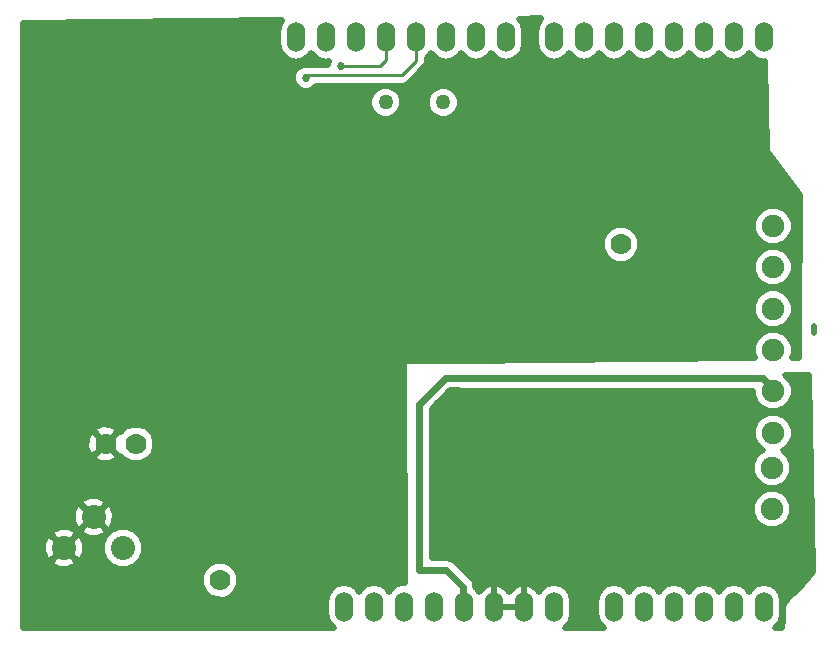
<source format=gbl>
G04 (created by PCBNEW (2013-07-07 BZR 4022)-stable) date 10/23/2014 11:52:32 AM*
%MOIN*%
G04 Gerber Fmt 3.4, Leading zero omitted, Abs format*
%FSLAX34Y34*%
G01*
G70*
G90*
G04 APERTURE LIST*
%ADD10C,0.00590551*%
%ADD11C,0.05*%
%ADD12C,0.07*%
%ADD13C,0.08*%
%ADD14C,0.075*%
%ADD15O,0.06X0.1*%
%ADD16C,0.027*%
%ADD17C,0.035*%
%ADD18C,0.01*%
%ADD19C,0.024*%
%ADD20C,0.019*%
G04 APERTURE END LIST*
G54D10*
G54D11*
X71873Y-28705D03*
X73794Y-28705D03*
G54D12*
X79716Y-33432D03*
X62548Y-40083D03*
X63555Y-40087D03*
G54D13*
X63121Y-43557D03*
X61151Y-43557D03*
X62141Y-42527D03*
G54D14*
X84798Y-32822D03*
X84798Y-34200D03*
X84798Y-35578D03*
X84798Y-36956D03*
X84798Y-38334D03*
X84798Y-39712D03*
X84759Y-40885D03*
X84759Y-42263D03*
G54D12*
X66350Y-44630D03*
G54D15*
X75890Y-26534D03*
X74890Y-26534D03*
X73890Y-26534D03*
X72890Y-26534D03*
X71890Y-26534D03*
X70890Y-26534D03*
X69890Y-26534D03*
X68890Y-26534D03*
X73490Y-45534D03*
X72490Y-45534D03*
X71490Y-45534D03*
X70490Y-45534D03*
X74490Y-45534D03*
X75490Y-45534D03*
X76490Y-45534D03*
X77490Y-45534D03*
X79490Y-45534D03*
X80490Y-45534D03*
X81490Y-45534D03*
X82490Y-45534D03*
X83490Y-45534D03*
X84490Y-45534D03*
X84490Y-26534D03*
X83490Y-26534D03*
X82490Y-26534D03*
X81490Y-26534D03*
X80490Y-26534D03*
X79490Y-26534D03*
X78490Y-26534D03*
X77490Y-26534D03*
G54D16*
X70390Y-27490D03*
X69220Y-27880D03*
X74339Y-32369D03*
X81284Y-35497D03*
X81417Y-31806D03*
X74648Y-29448D03*
X76685Y-31297D03*
X70974Y-29411D03*
X65170Y-43010D03*
X65950Y-39820D03*
X68260Y-39000D03*
X69310Y-39590D03*
X74358Y-35312D03*
X72729Y-36270D03*
X73418Y-36419D03*
X64150Y-35830D03*
X68060Y-34970D03*
X76426Y-35651D03*
X78219Y-34857D03*
X70760Y-41670D03*
G54D17*
X75636Y-39866D03*
X75210Y-42750D03*
G54D18*
X70390Y-27490D02*
X71680Y-27490D01*
X71680Y-27490D02*
X71890Y-27280D01*
X71890Y-27280D02*
X71890Y-26534D01*
X69220Y-27880D02*
X69300Y-27800D01*
X69300Y-27800D02*
X72420Y-27800D01*
X72420Y-27800D02*
X72890Y-27330D01*
X72890Y-27330D02*
X72890Y-26534D01*
G54D19*
X77522Y-37900D02*
X84450Y-37900D01*
X84798Y-38248D02*
X84798Y-38334D01*
X84450Y-37900D02*
X84798Y-38248D01*
X73335Y-38415D02*
X73860Y-37890D01*
X77750Y-37900D02*
X77522Y-37900D01*
X77522Y-37900D02*
X74350Y-37900D01*
X74340Y-37890D02*
X74350Y-37900D01*
X73860Y-37890D02*
X74340Y-37890D01*
X73000Y-44300D02*
X73900Y-44300D01*
X74452Y-45535D02*
X74452Y-44852D01*
X74452Y-44852D02*
X74200Y-44600D01*
X73350Y-38400D02*
X73335Y-38415D01*
X73335Y-38415D02*
X73000Y-38750D01*
X73000Y-38750D02*
X73000Y-44300D01*
X73900Y-44300D02*
X74200Y-44600D01*
G54D18*
X74339Y-32369D02*
X74339Y-32367D01*
G54D19*
X81417Y-31806D02*
X81399Y-31806D01*
G54D18*
X74648Y-29448D02*
X74648Y-29430D01*
X70974Y-29411D02*
X70974Y-29430D01*
X74358Y-35312D02*
X74349Y-35312D01*
X72729Y-36270D02*
X72725Y-36270D01*
X64150Y-35830D02*
X64150Y-35840D01*
X76426Y-35651D02*
X76412Y-35651D01*
G54D10*
G36*
X86104Y-44365D02*
X85723Y-44809D01*
X85468Y-45064D01*
X85468Y-39579D01*
X85366Y-39333D01*
X85178Y-39144D01*
X84932Y-39042D01*
X84665Y-39042D01*
X84419Y-39144D01*
X84230Y-39332D01*
X84128Y-39578D01*
X84128Y-39845D01*
X84230Y-40091D01*
X84418Y-40280D01*
X84444Y-40290D01*
X84380Y-40317D01*
X84191Y-40505D01*
X84089Y-40751D01*
X84088Y-41018D01*
X84190Y-41264D01*
X84379Y-41453D01*
X84625Y-41555D01*
X84891Y-41555D01*
X85138Y-41454D01*
X85326Y-41265D01*
X85428Y-41019D01*
X85429Y-40753D01*
X85327Y-40506D01*
X85139Y-40318D01*
X85113Y-40307D01*
X85177Y-40280D01*
X85366Y-40092D01*
X85468Y-39846D01*
X85468Y-39579D01*
X85468Y-45064D01*
X85429Y-45104D01*
X85429Y-42130D01*
X85327Y-41884D01*
X85139Y-41695D01*
X84892Y-41593D01*
X84626Y-41593D01*
X84380Y-41695D01*
X84191Y-41883D01*
X84089Y-42129D01*
X84088Y-42396D01*
X84190Y-42642D01*
X84379Y-42831D01*
X84625Y-42933D01*
X84891Y-42933D01*
X85138Y-42831D01*
X85326Y-42643D01*
X85428Y-42397D01*
X85429Y-42130D01*
X85429Y-45104D01*
X85223Y-45310D01*
X85152Y-45415D01*
X85128Y-45540D01*
X85128Y-45930D01*
X85082Y-46217D01*
X84840Y-46217D01*
X84910Y-46170D01*
X85039Y-45977D01*
X85085Y-45749D01*
X85085Y-45318D01*
X85039Y-45090D01*
X84910Y-44897D01*
X84717Y-44768D01*
X84490Y-44723D01*
X84262Y-44768D01*
X84069Y-44897D01*
X83989Y-45016D01*
X83910Y-44897D01*
X83717Y-44768D01*
X83490Y-44723D01*
X83262Y-44768D01*
X83069Y-44897D01*
X82989Y-45016D01*
X82910Y-44897D01*
X82717Y-44768D01*
X82490Y-44723D01*
X82262Y-44768D01*
X82069Y-44897D01*
X81989Y-45016D01*
X81910Y-44897D01*
X81717Y-44768D01*
X81490Y-44723D01*
X81262Y-44768D01*
X81069Y-44897D01*
X80989Y-45016D01*
X80910Y-44897D01*
X80717Y-44768D01*
X80490Y-44723D01*
X80262Y-44768D01*
X80069Y-44897D01*
X79989Y-45016D01*
X79910Y-44897D01*
X79717Y-44768D01*
X79490Y-44723D01*
X79262Y-44768D01*
X79069Y-44897D01*
X78940Y-45090D01*
X78895Y-45318D01*
X78895Y-45749D01*
X78940Y-45977D01*
X79069Y-46170D01*
X79139Y-46217D01*
X77840Y-46217D01*
X77910Y-46170D01*
X78039Y-45977D01*
X78085Y-45749D01*
X78085Y-45318D01*
X78039Y-45090D01*
X77910Y-44897D01*
X77717Y-44768D01*
X77490Y-44723D01*
X77262Y-44768D01*
X77069Y-44897D01*
X76984Y-45023D01*
X76907Y-44909D01*
X76713Y-44782D01*
X76588Y-44747D01*
X76495Y-44812D01*
X76495Y-45529D01*
X76502Y-45529D01*
X76502Y-45539D01*
X76495Y-45539D01*
X76495Y-45546D01*
X76485Y-45546D01*
X76485Y-45539D01*
X76485Y-45529D01*
X76485Y-44812D01*
X76391Y-44747D01*
X76266Y-44782D01*
X76072Y-44909D01*
X75990Y-45031D01*
X75907Y-44909D01*
X75713Y-44782D01*
X75588Y-44747D01*
X75495Y-44812D01*
X75495Y-45529D01*
X75895Y-45529D01*
X76085Y-45529D01*
X76485Y-45529D01*
X76485Y-45539D01*
X76085Y-45539D01*
X75895Y-45539D01*
X75495Y-45539D01*
X75495Y-45546D01*
X75485Y-45546D01*
X75485Y-45539D01*
X75477Y-45539D01*
X75477Y-45529D01*
X75485Y-45529D01*
X75485Y-44812D01*
X75391Y-44747D01*
X75266Y-44782D01*
X75072Y-44909D01*
X74995Y-45023D01*
X74910Y-44897D01*
X74867Y-44868D01*
X74867Y-44852D01*
X74836Y-44693D01*
X74836Y-44693D01*
X74746Y-44559D01*
X74493Y-44306D01*
X74493Y-44306D01*
X74493Y-44306D01*
X74193Y-44006D01*
X74058Y-43916D01*
X73900Y-43885D01*
X73415Y-43885D01*
X73415Y-38921D01*
X73628Y-38708D01*
X73643Y-38693D01*
X73643Y-38693D01*
X74031Y-38305D01*
X74299Y-38305D01*
X74350Y-38315D01*
X77522Y-38315D01*
X77750Y-38315D01*
X84128Y-38315D01*
X84128Y-38467D01*
X84230Y-38713D01*
X84418Y-38902D01*
X84664Y-39004D01*
X84931Y-39004D01*
X85177Y-38902D01*
X85366Y-38714D01*
X85468Y-38468D01*
X85468Y-38201D01*
X85366Y-37955D01*
X85197Y-37786D01*
X85968Y-37780D01*
X86104Y-44365D01*
X86104Y-44365D01*
G37*
G54D20*
X86104Y-44365D02*
X85723Y-44809D01*
X85468Y-45064D01*
X85468Y-39579D01*
X85366Y-39333D01*
X85178Y-39144D01*
X84932Y-39042D01*
X84665Y-39042D01*
X84419Y-39144D01*
X84230Y-39332D01*
X84128Y-39578D01*
X84128Y-39845D01*
X84230Y-40091D01*
X84418Y-40280D01*
X84444Y-40290D01*
X84380Y-40317D01*
X84191Y-40505D01*
X84089Y-40751D01*
X84088Y-41018D01*
X84190Y-41264D01*
X84379Y-41453D01*
X84625Y-41555D01*
X84891Y-41555D01*
X85138Y-41454D01*
X85326Y-41265D01*
X85428Y-41019D01*
X85429Y-40753D01*
X85327Y-40506D01*
X85139Y-40318D01*
X85113Y-40307D01*
X85177Y-40280D01*
X85366Y-40092D01*
X85468Y-39846D01*
X85468Y-39579D01*
X85468Y-45064D01*
X85429Y-45104D01*
X85429Y-42130D01*
X85327Y-41884D01*
X85139Y-41695D01*
X84892Y-41593D01*
X84626Y-41593D01*
X84380Y-41695D01*
X84191Y-41883D01*
X84089Y-42129D01*
X84088Y-42396D01*
X84190Y-42642D01*
X84379Y-42831D01*
X84625Y-42933D01*
X84891Y-42933D01*
X85138Y-42831D01*
X85326Y-42643D01*
X85428Y-42397D01*
X85429Y-42130D01*
X85429Y-45104D01*
X85223Y-45310D01*
X85152Y-45415D01*
X85128Y-45540D01*
X85128Y-45930D01*
X85082Y-46217D01*
X84840Y-46217D01*
X84910Y-46170D01*
X85039Y-45977D01*
X85085Y-45749D01*
X85085Y-45318D01*
X85039Y-45090D01*
X84910Y-44897D01*
X84717Y-44768D01*
X84490Y-44723D01*
X84262Y-44768D01*
X84069Y-44897D01*
X83989Y-45016D01*
X83910Y-44897D01*
X83717Y-44768D01*
X83490Y-44723D01*
X83262Y-44768D01*
X83069Y-44897D01*
X82989Y-45016D01*
X82910Y-44897D01*
X82717Y-44768D01*
X82490Y-44723D01*
X82262Y-44768D01*
X82069Y-44897D01*
X81989Y-45016D01*
X81910Y-44897D01*
X81717Y-44768D01*
X81490Y-44723D01*
X81262Y-44768D01*
X81069Y-44897D01*
X80989Y-45016D01*
X80910Y-44897D01*
X80717Y-44768D01*
X80490Y-44723D01*
X80262Y-44768D01*
X80069Y-44897D01*
X79989Y-45016D01*
X79910Y-44897D01*
X79717Y-44768D01*
X79490Y-44723D01*
X79262Y-44768D01*
X79069Y-44897D01*
X78940Y-45090D01*
X78895Y-45318D01*
X78895Y-45749D01*
X78940Y-45977D01*
X79069Y-46170D01*
X79139Y-46217D01*
X77840Y-46217D01*
X77910Y-46170D01*
X78039Y-45977D01*
X78085Y-45749D01*
X78085Y-45318D01*
X78039Y-45090D01*
X77910Y-44897D01*
X77717Y-44768D01*
X77490Y-44723D01*
X77262Y-44768D01*
X77069Y-44897D01*
X76984Y-45023D01*
X76907Y-44909D01*
X76713Y-44782D01*
X76588Y-44747D01*
X76495Y-44812D01*
X76495Y-45529D01*
X76502Y-45529D01*
X76502Y-45539D01*
X76495Y-45539D01*
X76495Y-45546D01*
X76485Y-45546D01*
X76485Y-45539D01*
X76485Y-45529D01*
X76485Y-44812D01*
X76391Y-44747D01*
X76266Y-44782D01*
X76072Y-44909D01*
X75990Y-45031D01*
X75907Y-44909D01*
X75713Y-44782D01*
X75588Y-44747D01*
X75495Y-44812D01*
X75495Y-45529D01*
X75895Y-45529D01*
X76085Y-45529D01*
X76485Y-45529D01*
X76485Y-45539D01*
X76085Y-45539D01*
X75895Y-45539D01*
X75495Y-45539D01*
X75495Y-45546D01*
X75485Y-45546D01*
X75485Y-45539D01*
X75477Y-45539D01*
X75477Y-45529D01*
X75485Y-45529D01*
X75485Y-44812D01*
X75391Y-44747D01*
X75266Y-44782D01*
X75072Y-44909D01*
X74995Y-45023D01*
X74910Y-44897D01*
X74867Y-44868D01*
X74867Y-44852D01*
X74836Y-44693D01*
X74836Y-44693D01*
X74746Y-44559D01*
X74493Y-44306D01*
X74493Y-44306D01*
X74493Y-44306D01*
X74193Y-44006D01*
X74058Y-43916D01*
X73900Y-43885D01*
X73415Y-43885D01*
X73415Y-38921D01*
X73628Y-38708D01*
X73643Y-38693D01*
X73643Y-38693D01*
X74031Y-38305D01*
X74299Y-38305D01*
X74350Y-38315D01*
X77522Y-38315D01*
X77750Y-38315D01*
X84128Y-38315D01*
X84128Y-38467D01*
X84230Y-38713D01*
X84418Y-38902D01*
X84664Y-39004D01*
X84931Y-39004D01*
X85177Y-38902D01*
X85366Y-38714D01*
X85468Y-38468D01*
X85468Y-38201D01*
X85366Y-37955D01*
X85197Y-37786D01*
X85968Y-37780D01*
X86104Y-44365D01*
G54D10*
G36*
X85684Y-31781D02*
X85647Y-36346D01*
X85661Y-37225D01*
X85411Y-37227D01*
X85468Y-37090D01*
X85468Y-36823D01*
X85468Y-35445D01*
X85468Y-34067D01*
X85468Y-32690D01*
X85366Y-32443D01*
X85178Y-32255D01*
X84932Y-32152D01*
X84665Y-32152D01*
X84419Y-32254D01*
X84230Y-32442D01*
X84128Y-32688D01*
X84128Y-32955D01*
X84230Y-33201D01*
X84418Y-33390D01*
X84664Y-33492D01*
X84931Y-33492D01*
X85177Y-33391D01*
X85366Y-33202D01*
X85468Y-32956D01*
X85468Y-32690D01*
X85468Y-34067D01*
X85366Y-33821D01*
X85178Y-33632D01*
X84932Y-33530D01*
X84665Y-33530D01*
X84419Y-33632D01*
X84230Y-33820D01*
X84128Y-34066D01*
X84128Y-34333D01*
X84230Y-34579D01*
X84418Y-34768D01*
X84664Y-34870D01*
X84931Y-34870D01*
X85177Y-34768D01*
X85366Y-34580D01*
X85468Y-34334D01*
X85468Y-34067D01*
X85468Y-35445D01*
X85366Y-35199D01*
X85178Y-35010D01*
X84932Y-34908D01*
X84665Y-34908D01*
X84419Y-35010D01*
X84230Y-35198D01*
X84128Y-35444D01*
X84128Y-35711D01*
X84230Y-35957D01*
X84418Y-36146D01*
X84664Y-36248D01*
X84931Y-36248D01*
X85177Y-36146D01*
X85366Y-35958D01*
X85468Y-35712D01*
X85468Y-35445D01*
X85468Y-36823D01*
X85366Y-36577D01*
X85178Y-36388D01*
X84932Y-36286D01*
X84665Y-36286D01*
X84419Y-36388D01*
X84230Y-36576D01*
X84128Y-36822D01*
X84128Y-37089D01*
X84189Y-37236D01*
X80361Y-37265D01*
X80361Y-33304D01*
X80263Y-33067D01*
X80081Y-32885D01*
X79844Y-32787D01*
X79588Y-32786D01*
X79351Y-32884D01*
X79169Y-33066D01*
X79071Y-33303D01*
X79070Y-33559D01*
X79168Y-33796D01*
X79350Y-33978D01*
X79587Y-34076D01*
X79843Y-34077D01*
X80080Y-33979D01*
X80262Y-33797D01*
X80360Y-33560D01*
X80361Y-33304D01*
X80361Y-37265D01*
X74339Y-37309D01*
X74339Y-28597D01*
X74256Y-28397D01*
X74103Y-28243D01*
X73903Y-28160D01*
X73686Y-28160D01*
X73486Y-28243D01*
X73332Y-28396D01*
X73249Y-28596D01*
X73249Y-28813D01*
X73332Y-29013D01*
X73485Y-29167D01*
X73685Y-29250D01*
X73902Y-29250D01*
X74102Y-29167D01*
X74256Y-29014D01*
X74339Y-28814D01*
X74339Y-28597D01*
X74339Y-37309D01*
X72494Y-37323D01*
X72534Y-44732D01*
X72490Y-44723D01*
X72418Y-44737D01*
X72418Y-28597D01*
X72335Y-28397D01*
X72182Y-28243D01*
X71982Y-28160D01*
X71765Y-28160D01*
X71564Y-28243D01*
X71411Y-28396D01*
X71328Y-28596D01*
X71328Y-28813D01*
X71410Y-29013D01*
X71564Y-29167D01*
X71764Y-29250D01*
X71981Y-29250D01*
X72181Y-29167D01*
X72334Y-29014D01*
X72418Y-28814D01*
X72418Y-28597D01*
X72418Y-44737D01*
X72262Y-44768D01*
X72069Y-44897D01*
X71990Y-45016D01*
X71910Y-44897D01*
X71717Y-44768D01*
X71490Y-44723D01*
X71262Y-44768D01*
X71069Y-44897D01*
X70990Y-45016D01*
X70910Y-44897D01*
X70717Y-44768D01*
X70490Y-44723D01*
X70262Y-44768D01*
X70069Y-44897D01*
X69940Y-45090D01*
X69895Y-45318D01*
X69895Y-45749D01*
X69940Y-45977D01*
X70069Y-46170D01*
X70139Y-46217D01*
X66995Y-46217D01*
X66995Y-44502D01*
X66897Y-44265D01*
X66715Y-44083D01*
X66478Y-43985D01*
X66222Y-43984D01*
X65985Y-44082D01*
X65803Y-44264D01*
X65705Y-44501D01*
X65704Y-44757D01*
X65802Y-44994D01*
X65984Y-45176D01*
X66221Y-45274D01*
X66477Y-45275D01*
X66714Y-45177D01*
X66896Y-44995D01*
X66994Y-44758D01*
X66995Y-44502D01*
X66995Y-46217D01*
X64200Y-46217D01*
X64200Y-39960D01*
X64102Y-39722D01*
X63921Y-39541D01*
X63684Y-39442D01*
X63428Y-39442D01*
X63190Y-39540D01*
X63039Y-39691D01*
X62964Y-39674D01*
X62957Y-39681D01*
X62957Y-39667D01*
X62930Y-39548D01*
X62696Y-39443D01*
X62440Y-39435D01*
X62200Y-39525D01*
X62165Y-39548D01*
X62138Y-39667D01*
X62548Y-40076D01*
X62957Y-39667D01*
X62957Y-39681D01*
X62555Y-40083D01*
X62964Y-40493D01*
X63033Y-40477D01*
X63190Y-40634D01*
X63427Y-40732D01*
X63683Y-40732D01*
X63920Y-40634D01*
X64102Y-40453D01*
X64200Y-40216D01*
X64200Y-39960D01*
X64200Y-46217D01*
X63816Y-46217D01*
X63816Y-43419D01*
X63710Y-43163D01*
X63515Y-42968D01*
X63259Y-42862D01*
X62983Y-42861D01*
X62957Y-42872D01*
X62957Y-40500D01*
X62548Y-40090D01*
X62540Y-40098D01*
X62540Y-40083D01*
X62131Y-39674D01*
X62013Y-39701D01*
X61907Y-39935D01*
X61899Y-40191D01*
X61989Y-40431D01*
X62013Y-40466D01*
X62131Y-40493D01*
X62540Y-40083D01*
X62540Y-40098D01*
X62138Y-40500D01*
X62165Y-40618D01*
X62399Y-40724D01*
X62655Y-40732D01*
X62895Y-40641D01*
X62930Y-40618D01*
X62957Y-40500D01*
X62957Y-42872D01*
X62840Y-42921D01*
X62840Y-42411D01*
X62742Y-42152D01*
X62717Y-42114D01*
X62593Y-42081D01*
X62586Y-42088D01*
X62586Y-42074D01*
X62553Y-41950D01*
X62301Y-41836D01*
X62025Y-41827D01*
X61766Y-41925D01*
X61728Y-41950D01*
X61695Y-42074D01*
X62141Y-42519D01*
X62586Y-42074D01*
X62586Y-42088D01*
X62148Y-42527D01*
X62593Y-42972D01*
X62717Y-42939D01*
X62831Y-42687D01*
X62840Y-42411D01*
X62840Y-42921D01*
X62727Y-42967D01*
X62586Y-43108D01*
X62586Y-42979D01*
X62141Y-42534D01*
X62133Y-42541D01*
X62133Y-42527D01*
X61688Y-42081D01*
X61564Y-42114D01*
X61450Y-42366D01*
X61441Y-42642D01*
X61539Y-42901D01*
X61564Y-42939D01*
X61688Y-42972D01*
X62133Y-42527D01*
X62133Y-42541D01*
X61695Y-42979D01*
X61728Y-43103D01*
X61980Y-43217D01*
X62256Y-43226D01*
X62515Y-43128D01*
X62553Y-43103D01*
X62586Y-42979D01*
X62586Y-43108D01*
X62532Y-43162D01*
X62426Y-43418D01*
X62425Y-43694D01*
X62531Y-43950D01*
X62726Y-44145D01*
X62982Y-44251D01*
X63258Y-44252D01*
X63514Y-44146D01*
X63709Y-43951D01*
X63815Y-43695D01*
X63816Y-43419D01*
X63816Y-46217D01*
X61850Y-46217D01*
X61850Y-43441D01*
X61752Y-43182D01*
X61727Y-43144D01*
X61603Y-43111D01*
X61596Y-43118D01*
X61596Y-43104D01*
X61563Y-42980D01*
X61311Y-42866D01*
X61035Y-42857D01*
X60776Y-42955D01*
X60738Y-42980D01*
X60705Y-43104D01*
X61151Y-43549D01*
X61596Y-43104D01*
X61596Y-43118D01*
X61158Y-43557D01*
X61603Y-44002D01*
X61727Y-43969D01*
X61841Y-43717D01*
X61850Y-43441D01*
X61850Y-46217D01*
X61596Y-46217D01*
X61596Y-44009D01*
X61151Y-43564D01*
X61143Y-43571D01*
X61143Y-43557D01*
X60698Y-43111D01*
X60574Y-43144D01*
X60460Y-43396D01*
X60451Y-43672D01*
X60549Y-43931D01*
X60574Y-43969D01*
X60698Y-44002D01*
X61143Y-43557D01*
X61143Y-43571D01*
X60705Y-44009D01*
X60738Y-44133D01*
X60990Y-44247D01*
X61266Y-44256D01*
X61525Y-44158D01*
X61563Y-44133D01*
X61596Y-44009D01*
X61596Y-46217D01*
X59777Y-46217D01*
X59777Y-26043D01*
X68418Y-25974D01*
X68340Y-26090D01*
X68295Y-26318D01*
X68295Y-26749D01*
X68340Y-26977D01*
X68469Y-27170D01*
X68662Y-27299D01*
X68890Y-27344D01*
X69117Y-27299D01*
X69310Y-27170D01*
X69390Y-27051D01*
X69469Y-27170D01*
X69662Y-27299D01*
X69890Y-27344D01*
X69993Y-27324D01*
X69960Y-27404D01*
X69960Y-27455D01*
X69317Y-27455D01*
X69305Y-27450D01*
X69134Y-27449D01*
X68976Y-27515D01*
X68855Y-27636D01*
X68790Y-27794D01*
X68789Y-27965D01*
X68855Y-28123D01*
X68976Y-28244D01*
X69134Y-28309D01*
X69305Y-28310D01*
X69463Y-28244D01*
X69563Y-28145D01*
X72420Y-28145D01*
X72552Y-28118D01*
X72552Y-28118D01*
X72663Y-28043D01*
X73133Y-27573D01*
X73208Y-27462D01*
X73208Y-27462D01*
X73235Y-27330D01*
X73235Y-27220D01*
X73310Y-27170D01*
X73390Y-27051D01*
X73469Y-27170D01*
X73662Y-27299D01*
X73890Y-27344D01*
X74117Y-27299D01*
X74310Y-27170D01*
X74390Y-27051D01*
X74469Y-27170D01*
X74662Y-27299D01*
X74890Y-27344D01*
X75117Y-27299D01*
X75310Y-27170D01*
X75390Y-27051D01*
X75469Y-27170D01*
X75662Y-27299D01*
X75890Y-27344D01*
X76117Y-27299D01*
X76310Y-27170D01*
X76439Y-26977D01*
X76485Y-26749D01*
X76485Y-26318D01*
X76439Y-26090D01*
X76319Y-25911D01*
X77064Y-25905D01*
X76940Y-26090D01*
X76895Y-26318D01*
X76895Y-26749D01*
X76940Y-26977D01*
X77069Y-27170D01*
X77262Y-27299D01*
X77490Y-27344D01*
X77717Y-27299D01*
X77910Y-27170D01*
X77990Y-27051D01*
X78069Y-27170D01*
X78262Y-27299D01*
X78490Y-27344D01*
X78717Y-27299D01*
X78910Y-27170D01*
X78990Y-27051D01*
X79069Y-27170D01*
X79262Y-27299D01*
X79490Y-27344D01*
X79717Y-27299D01*
X79910Y-27170D01*
X79990Y-27051D01*
X80069Y-27170D01*
X80262Y-27299D01*
X80490Y-27344D01*
X80717Y-27299D01*
X80910Y-27170D01*
X80990Y-27051D01*
X81069Y-27170D01*
X81262Y-27299D01*
X81490Y-27344D01*
X81717Y-27299D01*
X81910Y-27170D01*
X81990Y-27051D01*
X82069Y-27170D01*
X82262Y-27299D01*
X82490Y-27344D01*
X82717Y-27299D01*
X82910Y-27170D01*
X82990Y-27051D01*
X83069Y-27170D01*
X83262Y-27299D01*
X83490Y-27344D01*
X83717Y-27299D01*
X83910Y-27170D01*
X83990Y-27051D01*
X84069Y-27170D01*
X84262Y-27299D01*
X84490Y-27344D01*
X84519Y-27338D01*
X84585Y-30332D01*
X85684Y-31781D01*
X85684Y-31781D01*
G37*
G54D20*
X85684Y-31781D02*
X85647Y-36346D01*
X85661Y-37225D01*
X85411Y-37227D01*
X85468Y-37090D01*
X85468Y-36823D01*
X85468Y-35445D01*
X85468Y-34067D01*
X85468Y-32690D01*
X85366Y-32443D01*
X85178Y-32255D01*
X84932Y-32152D01*
X84665Y-32152D01*
X84419Y-32254D01*
X84230Y-32442D01*
X84128Y-32688D01*
X84128Y-32955D01*
X84230Y-33201D01*
X84418Y-33390D01*
X84664Y-33492D01*
X84931Y-33492D01*
X85177Y-33391D01*
X85366Y-33202D01*
X85468Y-32956D01*
X85468Y-32690D01*
X85468Y-34067D01*
X85366Y-33821D01*
X85178Y-33632D01*
X84932Y-33530D01*
X84665Y-33530D01*
X84419Y-33632D01*
X84230Y-33820D01*
X84128Y-34066D01*
X84128Y-34333D01*
X84230Y-34579D01*
X84418Y-34768D01*
X84664Y-34870D01*
X84931Y-34870D01*
X85177Y-34768D01*
X85366Y-34580D01*
X85468Y-34334D01*
X85468Y-34067D01*
X85468Y-35445D01*
X85366Y-35199D01*
X85178Y-35010D01*
X84932Y-34908D01*
X84665Y-34908D01*
X84419Y-35010D01*
X84230Y-35198D01*
X84128Y-35444D01*
X84128Y-35711D01*
X84230Y-35957D01*
X84418Y-36146D01*
X84664Y-36248D01*
X84931Y-36248D01*
X85177Y-36146D01*
X85366Y-35958D01*
X85468Y-35712D01*
X85468Y-35445D01*
X85468Y-36823D01*
X85366Y-36577D01*
X85178Y-36388D01*
X84932Y-36286D01*
X84665Y-36286D01*
X84419Y-36388D01*
X84230Y-36576D01*
X84128Y-36822D01*
X84128Y-37089D01*
X84189Y-37236D01*
X80361Y-37265D01*
X80361Y-33304D01*
X80263Y-33067D01*
X80081Y-32885D01*
X79844Y-32787D01*
X79588Y-32786D01*
X79351Y-32884D01*
X79169Y-33066D01*
X79071Y-33303D01*
X79070Y-33559D01*
X79168Y-33796D01*
X79350Y-33978D01*
X79587Y-34076D01*
X79843Y-34077D01*
X80080Y-33979D01*
X80262Y-33797D01*
X80360Y-33560D01*
X80361Y-33304D01*
X80361Y-37265D01*
X74339Y-37309D01*
X74339Y-28597D01*
X74256Y-28397D01*
X74103Y-28243D01*
X73903Y-28160D01*
X73686Y-28160D01*
X73486Y-28243D01*
X73332Y-28396D01*
X73249Y-28596D01*
X73249Y-28813D01*
X73332Y-29013D01*
X73485Y-29167D01*
X73685Y-29250D01*
X73902Y-29250D01*
X74102Y-29167D01*
X74256Y-29014D01*
X74339Y-28814D01*
X74339Y-28597D01*
X74339Y-37309D01*
X72494Y-37323D01*
X72534Y-44732D01*
X72490Y-44723D01*
X72418Y-44737D01*
X72418Y-28597D01*
X72335Y-28397D01*
X72182Y-28243D01*
X71982Y-28160D01*
X71765Y-28160D01*
X71564Y-28243D01*
X71411Y-28396D01*
X71328Y-28596D01*
X71328Y-28813D01*
X71410Y-29013D01*
X71564Y-29167D01*
X71764Y-29250D01*
X71981Y-29250D01*
X72181Y-29167D01*
X72334Y-29014D01*
X72418Y-28814D01*
X72418Y-28597D01*
X72418Y-44737D01*
X72262Y-44768D01*
X72069Y-44897D01*
X71990Y-45016D01*
X71910Y-44897D01*
X71717Y-44768D01*
X71490Y-44723D01*
X71262Y-44768D01*
X71069Y-44897D01*
X70990Y-45016D01*
X70910Y-44897D01*
X70717Y-44768D01*
X70490Y-44723D01*
X70262Y-44768D01*
X70069Y-44897D01*
X69940Y-45090D01*
X69895Y-45318D01*
X69895Y-45749D01*
X69940Y-45977D01*
X70069Y-46170D01*
X70139Y-46217D01*
X66995Y-46217D01*
X66995Y-44502D01*
X66897Y-44265D01*
X66715Y-44083D01*
X66478Y-43985D01*
X66222Y-43984D01*
X65985Y-44082D01*
X65803Y-44264D01*
X65705Y-44501D01*
X65704Y-44757D01*
X65802Y-44994D01*
X65984Y-45176D01*
X66221Y-45274D01*
X66477Y-45275D01*
X66714Y-45177D01*
X66896Y-44995D01*
X66994Y-44758D01*
X66995Y-44502D01*
X66995Y-46217D01*
X64200Y-46217D01*
X64200Y-39960D01*
X64102Y-39722D01*
X63921Y-39541D01*
X63684Y-39442D01*
X63428Y-39442D01*
X63190Y-39540D01*
X63039Y-39691D01*
X62964Y-39674D01*
X62957Y-39681D01*
X62957Y-39667D01*
X62930Y-39548D01*
X62696Y-39443D01*
X62440Y-39435D01*
X62200Y-39525D01*
X62165Y-39548D01*
X62138Y-39667D01*
X62548Y-40076D01*
X62957Y-39667D01*
X62957Y-39681D01*
X62555Y-40083D01*
X62964Y-40493D01*
X63033Y-40477D01*
X63190Y-40634D01*
X63427Y-40732D01*
X63683Y-40732D01*
X63920Y-40634D01*
X64102Y-40453D01*
X64200Y-40216D01*
X64200Y-39960D01*
X64200Y-46217D01*
X63816Y-46217D01*
X63816Y-43419D01*
X63710Y-43163D01*
X63515Y-42968D01*
X63259Y-42862D01*
X62983Y-42861D01*
X62957Y-42872D01*
X62957Y-40500D01*
X62548Y-40090D01*
X62540Y-40098D01*
X62540Y-40083D01*
X62131Y-39674D01*
X62013Y-39701D01*
X61907Y-39935D01*
X61899Y-40191D01*
X61989Y-40431D01*
X62013Y-40466D01*
X62131Y-40493D01*
X62540Y-40083D01*
X62540Y-40098D01*
X62138Y-40500D01*
X62165Y-40618D01*
X62399Y-40724D01*
X62655Y-40732D01*
X62895Y-40641D01*
X62930Y-40618D01*
X62957Y-40500D01*
X62957Y-42872D01*
X62840Y-42921D01*
X62840Y-42411D01*
X62742Y-42152D01*
X62717Y-42114D01*
X62593Y-42081D01*
X62586Y-42088D01*
X62586Y-42074D01*
X62553Y-41950D01*
X62301Y-41836D01*
X62025Y-41827D01*
X61766Y-41925D01*
X61728Y-41950D01*
X61695Y-42074D01*
X62141Y-42519D01*
X62586Y-42074D01*
X62586Y-42088D01*
X62148Y-42527D01*
X62593Y-42972D01*
X62717Y-42939D01*
X62831Y-42687D01*
X62840Y-42411D01*
X62840Y-42921D01*
X62727Y-42967D01*
X62586Y-43108D01*
X62586Y-42979D01*
X62141Y-42534D01*
X62133Y-42541D01*
X62133Y-42527D01*
X61688Y-42081D01*
X61564Y-42114D01*
X61450Y-42366D01*
X61441Y-42642D01*
X61539Y-42901D01*
X61564Y-42939D01*
X61688Y-42972D01*
X62133Y-42527D01*
X62133Y-42541D01*
X61695Y-42979D01*
X61728Y-43103D01*
X61980Y-43217D01*
X62256Y-43226D01*
X62515Y-43128D01*
X62553Y-43103D01*
X62586Y-42979D01*
X62586Y-43108D01*
X62532Y-43162D01*
X62426Y-43418D01*
X62425Y-43694D01*
X62531Y-43950D01*
X62726Y-44145D01*
X62982Y-44251D01*
X63258Y-44252D01*
X63514Y-44146D01*
X63709Y-43951D01*
X63815Y-43695D01*
X63816Y-43419D01*
X63816Y-46217D01*
X61850Y-46217D01*
X61850Y-43441D01*
X61752Y-43182D01*
X61727Y-43144D01*
X61603Y-43111D01*
X61596Y-43118D01*
X61596Y-43104D01*
X61563Y-42980D01*
X61311Y-42866D01*
X61035Y-42857D01*
X60776Y-42955D01*
X60738Y-42980D01*
X60705Y-43104D01*
X61151Y-43549D01*
X61596Y-43104D01*
X61596Y-43118D01*
X61158Y-43557D01*
X61603Y-44002D01*
X61727Y-43969D01*
X61841Y-43717D01*
X61850Y-43441D01*
X61850Y-46217D01*
X61596Y-46217D01*
X61596Y-44009D01*
X61151Y-43564D01*
X61143Y-43571D01*
X61143Y-43557D01*
X60698Y-43111D01*
X60574Y-43144D01*
X60460Y-43396D01*
X60451Y-43672D01*
X60549Y-43931D01*
X60574Y-43969D01*
X60698Y-44002D01*
X61143Y-43557D01*
X61143Y-43571D01*
X60705Y-44009D01*
X60738Y-44133D01*
X60990Y-44247D01*
X61266Y-44256D01*
X61525Y-44158D01*
X61563Y-44133D01*
X61596Y-44009D01*
X61596Y-46217D01*
X59777Y-46217D01*
X59777Y-26043D01*
X68418Y-25974D01*
X68340Y-26090D01*
X68295Y-26318D01*
X68295Y-26749D01*
X68340Y-26977D01*
X68469Y-27170D01*
X68662Y-27299D01*
X68890Y-27344D01*
X69117Y-27299D01*
X69310Y-27170D01*
X69390Y-27051D01*
X69469Y-27170D01*
X69662Y-27299D01*
X69890Y-27344D01*
X69993Y-27324D01*
X69960Y-27404D01*
X69960Y-27455D01*
X69317Y-27455D01*
X69305Y-27450D01*
X69134Y-27449D01*
X68976Y-27515D01*
X68855Y-27636D01*
X68790Y-27794D01*
X68789Y-27965D01*
X68855Y-28123D01*
X68976Y-28244D01*
X69134Y-28309D01*
X69305Y-28310D01*
X69463Y-28244D01*
X69563Y-28145D01*
X72420Y-28145D01*
X72552Y-28118D01*
X72552Y-28118D01*
X72663Y-28043D01*
X73133Y-27573D01*
X73208Y-27462D01*
X73208Y-27462D01*
X73235Y-27330D01*
X73235Y-27220D01*
X73310Y-27170D01*
X73390Y-27051D01*
X73469Y-27170D01*
X73662Y-27299D01*
X73890Y-27344D01*
X74117Y-27299D01*
X74310Y-27170D01*
X74390Y-27051D01*
X74469Y-27170D01*
X74662Y-27299D01*
X74890Y-27344D01*
X75117Y-27299D01*
X75310Y-27170D01*
X75390Y-27051D01*
X75469Y-27170D01*
X75662Y-27299D01*
X75890Y-27344D01*
X76117Y-27299D01*
X76310Y-27170D01*
X76439Y-26977D01*
X76485Y-26749D01*
X76485Y-26318D01*
X76439Y-26090D01*
X76319Y-25911D01*
X77064Y-25905D01*
X76940Y-26090D01*
X76895Y-26318D01*
X76895Y-26749D01*
X76940Y-26977D01*
X77069Y-27170D01*
X77262Y-27299D01*
X77490Y-27344D01*
X77717Y-27299D01*
X77910Y-27170D01*
X77990Y-27051D01*
X78069Y-27170D01*
X78262Y-27299D01*
X78490Y-27344D01*
X78717Y-27299D01*
X78910Y-27170D01*
X78990Y-27051D01*
X79069Y-27170D01*
X79262Y-27299D01*
X79490Y-27344D01*
X79717Y-27299D01*
X79910Y-27170D01*
X79990Y-27051D01*
X80069Y-27170D01*
X80262Y-27299D01*
X80490Y-27344D01*
X80717Y-27299D01*
X80910Y-27170D01*
X80990Y-27051D01*
X81069Y-27170D01*
X81262Y-27299D01*
X81490Y-27344D01*
X81717Y-27299D01*
X81910Y-27170D01*
X81990Y-27051D01*
X82069Y-27170D01*
X82262Y-27299D01*
X82490Y-27344D01*
X82717Y-27299D01*
X82910Y-27170D01*
X82990Y-27051D01*
X83069Y-27170D01*
X83262Y-27299D01*
X83490Y-27344D01*
X83717Y-27299D01*
X83910Y-27170D01*
X83990Y-27051D01*
X84069Y-27170D01*
X84262Y-27299D01*
X84490Y-27344D01*
X84519Y-27338D01*
X84585Y-30332D01*
X85684Y-31781D01*
G54D10*
G36*
X86150Y-36400D02*
X86141Y-36150D01*
X86150Y-36150D01*
X86150Y-36400D01*
X86150Y-36400D01*
G37*
G54D20*
X86150Y-36400D02*
X86141Y-36150D01*
X86150Y-36150D01*
X86150Y-36400D01*
M02*

</source>
